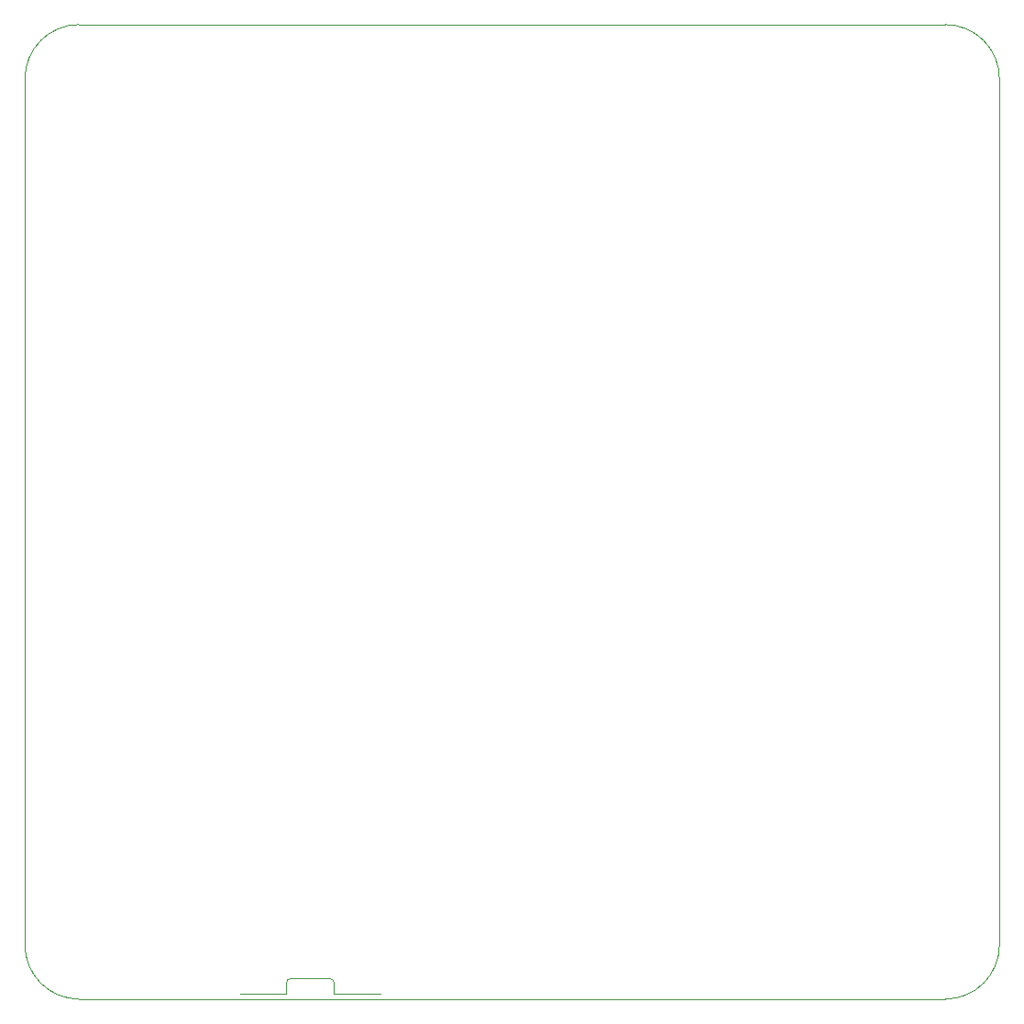
<source format=gbr>
%TF.GenerationSoftware,KiCad,Pcbnew,7.0.9*%
%TF.CreationDate,2024-02-28T20:27:22+01:00*%
%TF.ProjectId,logger_pcb_kicad,6c6f6767-6572-45f7-9063-625f6b696361,rev?*%
%TF.SameCoordinates,Original*%
%TF.FileFunction,Profile,NP*%
%FSLAX46Y46*%
G04 Gerber Fmt 4.6, Leading zero omitted, Abs format (unit mm)*
G04 Created by KiCad (PCBNEW 7.0.9) date 2024-02-28 20:27:22*
%MOMM*%
%LPD*%
G01*
G04 APERTURE LIST*
%TA.AperFunction,Profile*%
%ADD10C,0.100000*%
%TD*%
%TA.AperFunction,Profile*%
%ADD11C,0.120000*%
%TD*%
G04 APERTURE END LIST*
D10*
X104500000Y-132000000D02*
G75*
G03*
X109500000Y-137000000I5000000J0D01*
G01*
X104500000Y-52000000D02*
X104500000Y-132000000D01*
X189500000Y-137000000D02*
G75*
G03*
X194500000Y-132000000I0J5000000D01*
G01*
X194500000Y-52000000D02*
G75*
G03*
X189500000Y-47000000I-5000000J0D01*
G01*
X109500000Y-47000000D02*
G75*
G03*
X104500000Y-52000000I0J-5000000D01*
G01*
X189500000Y-47000000D02*
X109500000Y-47000000D01*
X194500000Y-132000000D02*
X194500000Y-52000000D01*
X109500000Y-137000000D02*
X189500000Y-137000000D01*
D11*
%TO.C,J4*%
X128650000Y-135500000D02*
X128650000Y-136500000D01*
X128650000Y-136500000D02*
X124350000Y-136500000D01*
X132650000Y-135100000D02*
X129050000Y-135100000D01*
X133050000Y-135500000D02*
X133050000Y-136500000D01*
X133050000Y-136500000D02*
X137350000Y-136500000D01*
X129050000Y-135100000D02*
G75*
G03*
X128650000Y-135500000I2J-400002D01*
G01*
X133050000Y-135500000D02*
G75*
G03*
X132650000Y-135100000I-400000J0D01*
G01*
%TD*%
M02*

</source>
